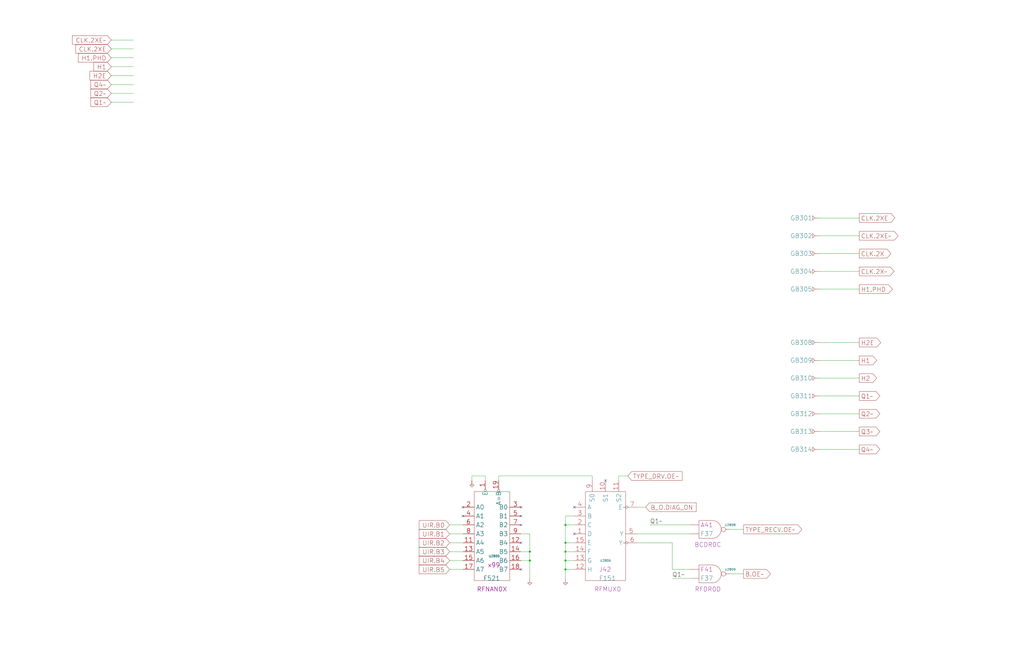
<source format=kicad_sch>
(kicad_sch (version 20230121) (generator eeschema)
  (paper "User" 584.2 378.46)
  (title_block (title "CLOCK GENERATION\\nRAM WRITE ENABLES") (date "15-MAR-90") (rev "1.0") (comment 1 "TYPE") (comment 2 "232-003062") (comment 3 "S400") (comment 4 "RELEASED"))
  (lib_symbols
    (symbol "r1000:F151" (pin_names (offset 1.016))
      (property "Reference" "U" (at 2.54 5.08 0))
      (property "Value" "F151" (at -1.27 -5.08 0))
      (property "Location" "___" (at -1.27 0 0))
      (property "Name" "______" (at 3.81 -12.7 0))
      (symbol "F151_1_1"
        (rectangle (start -8.89 44.45) (end 13.97 -6.35))
        (circle (center 14.605 15.24) (radius 0.635))
        (circle (center 14.605 35.56) (radius 0.635))
        (pin input line (at -15.24 20.32 0) (length 6.35) (name "D") (number "1"))
        (pin input line (at 2.54 50.8 270) (length 6.35) (name "S1") (number "10"))
        (pin input line (at 10.16 50.8 270) (length 6.35) (name "S2") (number "11"))
        (pin input line (at -15.24 0 0) (length 6.35) (name "H") (number "12"))
        (pin input line (at -15.24 5.08 0) (length 6.35) (name "G") (number "13"))
        (pin input line (at -15.24 10.16 0) (length 6.35) (name "F") (number "14"))
        (pin input line (at -15.24 15.24 0) (length 6.35) (name "E") (number "15"))
        (pin input line (at -15.24 25.4 0) (length 6.35) (name "C") (number "2"))
        (pin input line (at -15.24 30.48 0) (length 6.35) (name "B") (number "3"))
        (pin input line (at -15.24 35.56 0) (length 6.35) (name "A") (number "4"))
        (pin output line (at 20.32 20.32 180) (length 6.35) (name "Y") (number "5"))
        (pin output line (at 20.32 15.24 180) (length 5.08) (name "Y~") (number "6"))
        (pin input line (at 20.32 35.56 180) (length 5.08) (name "E~") (number "7"))
        (pin input line (at -5.08 50.8 270) (length 6.35) (name "S0") (number "9"))
      )
    )
    (symbol "r1000:F37" (pin_numbers hide) (pin_names (offset 0) hide)
      (property "Reference" "U" (at 15.24 0 0))
      (property "Value" "F37" (at 1.905 -5.08 0))
      (property "Location" "___" (at 1.905 0 0))
      (property "Name" "______" (at 2.54 -12.7 0))
      (symbol "F37_0_1"
        (polyline (pts (xy -2.54 -7.62) (xy 5.08 -7.62)) (stroke (width 0.1524)))
        (polyline (pts (xy -2.54 2.54) (xy -2.54 -7.62)) (stroke (width 0.1524)))
        (polyline (pts (xy -2.54 2.54) (xy 5.08 2.54)) (stroke (width 0.1524)))
        (arc (start 5.08 -7.62) (mid 10.1282 -2.54) (end 5.08 2.54) (stroke (width 0.1524)))
        (circle (center 11.43 -2.54) (radius 1.27) (stroke (width 0.1524)))
      )
      (symbol "F37_0_2"
        (circle (center -3.81 -5.08) (radius 1.27) (stroke (width 0.1524)))
        (circle (center -3.81 0) (radius 1.27) (stroke (width 0.1524)))
        (arc (start -3.175 -7.62) (mid -2.134 -2.54) (end -3.175 2.54) (stroke (width 0.1524)))
        (polyline (pts (xy -3.175 -7.62) (xy 3.81 -7.62)) (stroke (width 0.1524)))
        (polyline (pts (xy -3.175 2.54) (xy 3.81 2.54)) (stroke (width 0.1524)))
        (arc (start 3.81 -7.62) (mid 7.5855 -5.8306) (end 10.16 -2.54) (stroke (width 0.1524)))
        (arc (start 10.16 -2.54) (mid 7.5827 0.7471) (end 3.81 2.54) (stroke (width 0.1524)))
      )
      (symbol "F37_1_1"
        (pin input line (at -7.62 0 0) (length 5.08) (name "D0") (number "1"))
        (pin input line (at -7.62 -5.08 0) (length 5.08) (name "D1") (number "2"))
        (pin output line (at 15.24 -2.54 180) (length 2.54) (name "Q") (number "3"))
      )
      (symbol "F37_1_2"
        (pin input line (at -7.62 0 0) (length 2.54) (name "D0") (number "1"))
        (pin input line (at -7.62 -5.08 0) (length 2.54) (name "D1") (number "2"))
        (pin output line (at 15.24 -2.54 180) (length 5.08) (name "Q") (number "3"))
      )
    )
    (symbol "r1000:F521" (pin_names (offset 1.016))
      (property "Reference" "U" (at 2.54 5.08 0))
      (property "Value" "F521" (at -3.81 -7.62 0))
      (property "Location" "___" (at -1.27 0 0))
      (property "Name" "______" (at 1.27 -15.24 0))
      (symbol "F521_1_1"
        (rectangle (start -8.89 41.91) (end 11.43 -8.89))
        (circle (center -2.54 42.545) (radius 0.635))
        (circle (center 5.08 42.545) (radius 0.635))
        (pin input line (at -2.54 48.26 270) (length 5.08) (name "E") (number "1"))
        (pin input line (at -15.24 12.7 0) (length 6.35) (name "A4") (number "11"))
        (pin input line (at 17.78 12.7 180) (length 6.35) (name "B4") (number "12"))
        (pin input line (at -15.24 7.62 0) (length 6.35) (name "A5") (number "13"))
        (pin input line (at 17.78 7.62 180) (length 6.35) (name "B5") (number "14"))
        (pin input line (at -15.24 2.54 0) (length 6.35) (name "A6") (number "15"))
        (pin input line (at 17.78 2.54 180) (length 6.35) (name "B6") (number "16"))
        (pin input line (at -15.24 -2.54 0) (length 6.35) (name "A7") (number "17"))
        (pin input line (at 17.78 -2.54 180) (length 6.35) (name "B7") (number "18"))
        (pin output line (at 5.08 48.26 270) (length 5.08) (name "A=B") (number "19"))
        (pin input line (at -15.24 33.02 0) (length 6.35) (name "A0") (number "2"))
        (pin input line (at 17.78 33.02 180) (length 6.35) (name "B0") (number "3"))
        (pin input line (at -15.24 27.94 0) (length 6.35) (name "A1") (number "4"))
        (pin input line (at 17.78 27.94 180) (length 6.35) (name "B1") (number "5"))
        (pin input line (at -15.24 22.86 0) (length 6.35) (name "A2") (number "6"))
        (pin input line (at 17.78 22.86 180) (length 6.35) (name "B2") (number "7"))
        (pin input line (at -15.24 17.78 0) (length 6.35) (name "A3") (number "8"))
        (pin input line (at 17.78 17.78 180) (length 6.35) (name "B3") (number "9"))
      )
    )
    (symbol "r1000:GB" (pin_numbers hide) (pin_names (offset 0) hide)
      (property "Reference" "GB" (at 3.81 0 0))
      (symbol "GB_0_1"
        (polyline (pts (xy 2.54 0) (xy 3.81 1.27) (xy 3.81 -1.27) (xy 2.54 0)) (stroke (width 0.1524)))
      )
      (symbol "GB_1_1"
        (pin bidirectional line (at 0 0 0) (length 2.54) (name "") (number "1"))
      )
    )
    (symbol "r1000:PD" (power) (pin_numbers hide) (pin_names hide) (in_bom no)
      (symbol "PD_0_1"
        (polyline (pts (xy 0 -2.54) (xy 1.27 -2.54) (xy 0 -3.81) (xy -1.27 -2.54) (xy 0 -2.54)) (stroke (width 0.1524)))
      )
      (symbol "PD_1_1"
        (pin power_in line (at 0 0 270) (length 2.54) (name "PD") (number "1"))
      )
    )
  )
  (junction (at 302.26 314.96))
  (junction (at 322.58 314.96))
  (junction (at 302.26 320.04))
  (junction (at 322.58 299.72))
  (junction (at 322.58 325.12))
  (junction (at 322.58 309.88))
  (junction (at 322.58 320.04))
  (no_connect (at 264.16 294.64))
  (no_connect (at 297.18 309.88))
  (no_connect (at 297.18 294.64))
  (no_connect (at 264.16 289.56))
  (no_connect (at 327.66 304.8))
  (no_connect (at 297.18 289.56))
  (no_connect (at 297.18 299.72))
  (no_connect (at 345.44 274.32))
  (no_connect (at 297.18 325.12))
  (no_connect (at 327.66 289.56))
  (wire (pts (xy 416.56 302.26) (xy 424.18 302.26)))
  (wire (pts (xy 322.58 309.88) (xy 322.58 314.96)))
  (wire (pts (xy 363.22 289.56) (xy 368.3 289.56)))
  (wire (pts (xy 467.36 195.58) (xy 490.22 195.58)))
  (wire (pts (xy 256.54 314.96) (xy 264.16 314.96)))
  (wire (pts (xy 383.54 330.2) (xy 393.7 330.2)))
  (wire (pts (xy 370.84 299.72) (xy 393.7 299.72)))
  (wire (pts (xy 467.36 215.9) (xy 490.22 215.9)))
  (wire (pts (xy 467.36 124.46) (xy 490.22 124.46)))
  (wire (pts (xy 416.56 327.66) (xy 424.18 327.66)))
  (wire (pts (xy 467.36 205.74) (xy 490.22 205.74)))
  (wire (pts (xy 297.18 320.04) (xy 302.26 320.04)))
  (wire (pts (xy 63.5 43.18) (xy 76.2 43.18)))
  (wire (pts (xy 322.58 325.12) (xy 327.66 325.12)))
  (wire (pts (xy 322.58 299.72) (xy 322.58 309.88)))
  (wire (pts (xy 63.5 33.02) (xy 76.2 33.02)))
  (wire (pts (xy 256.54 299.72) (xy 264.16 299.72)))
  (wire (pts (xy 322.58 309.88) (xy 327.66 309.88)))
  (wire (pts (xy 63.5 38.1) (xy 76.2 38.1)))
  (wire (pts (xy 322.58 320.04) (xy 327.66 320.04)))
  (wire (pts (xy 63.5 22.86) (xy 76.2 22.86)))
  (wire (pts (xy 284.48 271.78) (xy 337.82 271.78)))
  (wire (pts (xy 256.54 325.12) (xy 264.16 325.12)))
  (wire (pts (xy 322.58 299.72) (xy 327.66 299.72)))
  (wire (pts (xy 284.48 274.32) (xy 284.48 271.78)))
  (wire (pts (xy 269.24 274.32) (xy 269.24 271.78)))
  (wire (pts (xy 467.36 236.22) (xy 490.22 236.22)))
  (wire (pts (xy 269.24 271.78) (xy 276.86 271.78)))
  (wire (pts (xy 297.18 314.96) (xy 302.26 314.96)))
  (wire (pts (xy 322.58 294.64) (xy 322.58 299.72)))
  (wire (pts (xy 322.58 314.96) (xy 322.58 320.04)))
  (wire (pts (xy 363.22 304.8) (xy 393.7 304.8)))
  (wire (pts (xy 297.18 304.8) (xy 302.26 304.8)))
  (wire (pts (xy 256.54 309.88) (xy 264.16 309.88)))
  (wire (pts (xy 337.82 274.32) (xy 337.82 271.78)))
  (wire (pts (xy 353.06 271.78) (xy 358.14 271.78)))
  (wire (pts (xy 63.5 53.34) (xy 76.2 53.34)))
  (wire (pts (xy 322.58 325.12) (xy 322.58 330.2)))
  (wire (pts (xy 256.54 304.8) (xy 264.16 304.8)))
  (wire (pts (xy 276.86 271.78) (xy 276.86 274.32)))
  (wire (pts (xy 302.26 314.96) (xy 302.26 320.04)))
  (wire (pts (xy 353.06 274.32) (xy 353.06 271.78)))
  (wire (pts (xy 302.26 320.04) (xy 302.26 330.2)))
  (wire (pts (xy 63.5 27.94) (xy 76.2 27.94)))
  (wire (pts (xy 322.58 314.96) (xy 327.66 314.96)))
  (wire (pts (xy 467.36 246.38) (xy 490.22 246.38)))
  (wire (pts (xy 302.26 304.8) (xy 302.26 314.96)))
  (wire (pts (xy 327.66 294.64) (xy 322.58 294.64)))
  (wire (pts (xy 467.36 154.94) (xy 490.22 154.94)))
  (wire (pts (xy 383.54 309.88) (xy 363.22 309.88)))
  (wire (pts (xy 467.36 226.06) (xy 490.22 226.06)))
  (wire (pts (xy 322.58 320.04) (xy 322.58 325.12)))
  (wire (pts (xy 467.36 256.54) (xy 490.22 256.54)))
  (wire (pts (xy 383.54 325.12) (xy 393.7 325.12)))
  (wire (pts (xy 63.5 58.42) (xy 76.2 58.42)))
  (wire (pts (xy 467.36 134.62) (xy 490.22 134.62)))
  (wire (pts (xy 467.36 165.1) (xy 490.22 165.1)))
  (wire (pts (xy 256.54 320.04) (xy 264.16 320.04)))
  (wire (pts (xy 63.5 48.26) (xy 76.2 48.26)))
  (wire (pts (xy 467.36 144.78) (xy 490.22 144.78)))
  (wire (pts (xy 383.54 325.12) (xy 383.54 309.88)))
  (label "Q1~" (at 370.84 299.72 0) (effects (font (size 2.54 2.54))))
  (label "Q1~" (at 383.54 330.2 0) (effects (font (size 2.54 2.54))))
  (global_label "CLK.2X" (shape output) (at 490.22 144.78 0) (effects (font (size 2.54 2.54))) (property "Intersheetrefs" "${INTERSHEET_REFS}" (at 514.2079 144.6213 0) (effects (font (size 1.905 1.905)) (justify left))))
  (global_label "Q1~" (shape input) (at 63.5 58.42 180) (effects (font (size 2.54 2.54))) (property "Intersheetrefs" "${INTERSHEET_REFS}" (at 50.7952 58.42 0) (effects (justify right))))
  (global_label "Q2~" (shape input) (at 63.5 53.34 180) (effects (font (size 2.54 2.54))) (property "Intersheetrefs" "${INTERSHEET_REFS}" (at 45.6111 53.1813 0) (effects (font (size 1.905 1.905)) (justify right))))
  (global_label "H1" (shape input) (at 63.5 38.1 180) (effects (font (size 2.54 2.54))) (property "Intersheetrefs" "${INTERSHEET_REFS}" (at 53.594 37.9413 0) (effects (font (size 1.905 1.905)) (justify right))))
  (global_label "UIR.B2" (shape input) (at 256.54 309.88 180) (effects (font (size 2.54 2.54))) (property "Intersheetrefs" "${INTERSHEET_REFS}" (at 239.135 309.7213 0) (effects (font (size 1.905 1.905)) (justify right))))
  (global_label "CLK.2X~" (shape output) (at 490.22 154.94 0) (effects (font (size 2.54 2.54))) (property "Intersheetrefs" "${INTERSHEET_REFS}" (at 516.0222 154.7813 0) (effects (font (size 1.905 1.905)) (justify left))))
  (global_label "CLK.2XE~" (shape input) (at 63.5 22.86 180) (effects (font (size 2.54 2.54))) (property "Intersheetrefs" "${INTERSHEET_REFS}" (at 35.2092 22.7013 0) (effects (font (size 1.905 1.905)) (justify right))))
  (global_label "H1" (shape output) (at 490.22 205.74 0) (effects (font (size 2.54 2.54))) (property "Intersheetrefs" "${INTERSHEET_REFS}" (at 499.9355 205.5813 0) (effects (font (size 1.905 1.905)) (justify left))))
  (global_label "B.OE~" (shape output) (at 424.18 327.66 0) (effects (font (size 2.54 2.54))) (property "Intersheetrefs" "${INTERSHEET_REFS}" (at 439.5289 327.5013 0) (effects (font (size 1.905 1.905)) (justify left))))
  (global_label "Q1~" (shape output) (at 490.22 226.06 0) (effects (font (size 2.54 2.54))) (property "Intersheetrefs" "${INTERSHEET_REFS}" (at 502.6072 226.06 0) (effects (font (size 1.905 1.905)) (justify left))))
  (global_label "UIR.B4" (shape input) (at 256.54 320.04 180) (effects (font (size 2.54 2.54))) (property "Intersheetrefs" "${INTERSHEET_REFS}" (at 239.135 319.8813 0) (effects (font (size 1.905 1.905)) (justify right))))
  (global_label "Q4~" (shape output) (at 490.22 256.54 0) (effects (font (size 2.54 2.54))) (property "Intersheetrefs" "${INTERSHEET_REFS}" (at 507.9184 256.3813 0) (effects (font (size 1.905 1.905)) (justify left))))
  (global_label "UIR.B0" (shape input) (at 256.54 299.72 180) (effects (font (size 2.54 2.54))) (property "Intersheetrefs" "${INTERSHEET_REFS}" (at 239.135 299.5613 0) (effects (font (size 1.905 1.905)) (justify right))))
  (global_label "H2" (shape output) (at 490.22 215.9 0) (effects (font (size 2.54 2.54))) (property "Intersheetrefs" "${INTERSHEET_REFS}" (at 499.9355 215.7413 0) (effects (font (size 1.905 1.905)) (justify left))))
  (global_label "H1.PHD" (shape output) (at 490.22 165.1 0) (effects (font (size 2.54 2.54))) (property "Intersheetrefs" "${INTERSHEET_REFS}" (at 508.886 164.9413 0) (effects (font (size 1.905 1.905)) (justify left))))
  (global_label "Q3~" (shape output) (at 490.22 246.38 0) (effects (font (size 2.54 2.54))) (property "Intersheetrefs" "${INTERSHEET_REFS}" (at 507.9184 246.2213 0) (effects (font (size 1.905 1.905)) (justify left))))
  (global_label "CLK.2XE~" (shape output) (at 490.22 134.62 0) (effects (font (size 2.54 2.54))) (property "Intersheetrefs" "${INTERSHEET_REFS}" (at 518.3203 134.4613 0) (effects (font (size 1.905 1.905)) (justify left))))
  (global_label "CLK.2XE" (shape input) (at 63.5 27.94 180) (effects (font (size 2.54 2.54))) (property "Intersheetrefs" "${INTERSHEET_REFS}" (at 37.0235 27.7813 0) (effects (font (size 1.905 1.905)) (justify right))))
  (global_label "TYPE_DRV.OE~" (shape input) (at 358.14 271.78 0) (effects (font (size 2.54 2.54))) (property "Intersheetrefs" "${INTERSHEET_REFS}" (at 389.0917 271.6213 0) (effects (font (size 1.905 1.905)) (justify left))))
  (global_label "B_O.DIAG_ON" (shape input) (at 368.3 289.56 0) (effects (font (size 2.54 2.54))) (property "Intersheetrefs" "${INTERSHEET_REFS}" (at 397.1955 289.4013 0) (effects (font (size 1.905 1.905)) (justify left))))
  (global_label "UIR.B1" (shape input) (at 256.54 304.8 180) (effects (font (size 2.54 2.54))) (property "Intersheetrefs" "${INTERSHEET_REFS}" (at 239.135 304.6413 0) (effects (font (size 1.905 1.905)) (justify right))))
  (global_label "UIR.B3" (shape input) (at 256.54 314.96 180) (effects (font (size 2.54 2.54))) (property "Intersheetrefs" "${INTERSHEET_REFS}" (at 239.135 314.8013 0) (effects (font (size 1.905 1.905)) (justify right))))
  (global_label "H2E" (shape output) (at 490.22 195.58 0) (effects (font (size 2.54 2.54))) (property "Intersheetrefs" "${INTERSHEET_REFS}" (at 502.2336 195.4213 0) (effects (font (size 1.905 1.905)) (justify left))))
  (global_label "TYPE_RECV.OE~" (shape output) (at 424.18 302.26 0) (effects (font (size 2.54 2.54))) (property "Intersheetrefs" "${INTERSHEET_REFS}" (at 457.4298 302.1013 0) (effects (font (size 1.905 1.905)) (justify left))))
  (global_label "H2E" (shape input) (at 63.5 43.18 180) (effects (font (size 2.54 2.54))) (property "Intersheetrefs" "${INTERSHEET_REFS}" (at 51.2959 43.0213 0) (effects (font (size 1.905 1.905)) (justify right))))
  (global_label "H1.PHD" (shape input) (at 63.5 33.02 180) (effects (font (size 2.54 2.54))) (property "Intersheetrefs" "${INTERSHEET_REFS}" (at 44.6435 32.8613 0) (effects (font (size 1.905 1.905)) (justify right))))
  (global_label "Q4~" (shape input) (at 63.5 48.26 180) (effects (font (size 2.54 2.54))) (property "Intersheetrefs" "${INTERSHEET_REFS}" (at 45.6111 48.1013 0) (effects (font (size 1.905 1.905)) (justify right))))
  (global_label "UIR.B5" (shape input) (at 256.54 325.12 180) (effects (font (size 2.54 2.54))) (property "Intersheetrefs" "${INTERSHEET_REFS}" (at 239.135 324.9613 0) (effects (font (size 1.905 1.905)) (justify right))))
  (global_label "Q2~" (shape output) (at 490.22 236.22 0) (effects (font (size 2.54 2.54))) (property "Intersheetrefs" "${INTERSHEET_REFS}" (at 507.9184 236.0613 0) (effects (font (size 1.905 1.905)) (justify left))))
  (global_label "CLK.2XE" (shape output) (at 490.22 124.46 0) (effects (font (size 2.54 2.54))) (property "Intersheetrefs" "${INTERSHEET_REFS}" (at 516.506 124.3013 0) (effects (font (size 1.905 1.905)) (justify left))))
  (symbol (lib_id "r1000:PD") (at 269.24 274.32 0) (unit 1) (in_bom no)
    (property "Reference" "#PWR02802" (effects hide))
    (property "Value" "PD" (effects hide))
  )
  (symbol (lib_id "r1000:GB") (at 467.36 205.74 0) (mirror y) (unit 1)
    (property "Reference" "GB309" (at 463.55 205.74 0) (effects (font (size 2.54 2.54)) (justify left)))
    (property "Value" "GB" (effects hide))
  )
  (symbol (lib_id "r1000:GB") (at 467.36 134.62 0) (mirror y) (unit 1)
    (property "Reference" "GB302" (at 463.55 134.62 0) (effects (font (size 2.54 2.54)) (justify left)))
    (property "Value" "GB" (effects hide))
  )
  (symbol (lib_id "r1000:GB") (at 467.36 236.22 0) (mirror y) (unit 1)
    (property "Reference" "GB312" (at 463.55 236.22 0) (effects (font (size 2.54 2.54)) (justify left)))
    (property "Value" "GB" (effects hide))
  )
  (symbol (lib_id "r1000:PD") (at 302.26 330.2 0) (unit 1) (in_bom no)
    (property "Reference" "#PWR02803" (effects hide))
    (property "Value" "PD" (effects hide))
  )
  (symbol (lib_id "r1000:GB") (at 467.36 124.46 0) (mirror y) (unit 1)
    (property "Reference" "GB301" (at 463.55 124.46 0) (effects (font (size 2.54 2.54)) (justify left)))
    (property "Value" "GB" (effects hide))
  )
  (symbol (lib_id "r1000:F151") (at 342.9 325.12 0) (unit 1)
    (property "Reference" "U2806" (at 345.44 320.04 0))
    (property "Value" "F151" (at 341.63 330.2 0) (effects (font (size 2.54 2.54)) (justify left)))
    (property "Location" "J42" (at 341.63 325.12 0) (effects (font (size 2.54 2.54)) (justify left)))
    (property "Name" "RFMUX0" (at 346.71 337.82 0) (effects (font (size 2.54 2.54)) (justify bottom)))
  )
  (symbol (lib_id "r1000:GB") (at 467.36 226.06 0) (mirror y) (unit 1)
    (property "Reference" "GB311" (at 463.55 226.06 0) (effects (font (size 2.54 2.54)) (justify left)))
    (property "Value" "GB" (effects hide))
  )
  (symbol (lib_id "r1000:GB") (at 467.36 144.78 0) (mirror y) (unit 1)
    (property "Reference" "GB303" (at 463.55 144.78 0) (effects (font (size 2.54 2.54)) (justify left)))
    (property "Value" "GB" (effects hide))
  )
  (symbol (lib_id "r1000:F521") (at 279.4 322.58 0) (unit 1)
    (property "Reference" "U2805" (at 281.94 317.5 0))
    (property "Value" "F521" (at 275.59 330.2 0) (effects (font (size 2.54 2.54)) (justify left)))
    (property "Location" "x99" (at 278.13 322.58 0) (effects (font (size 2.54 2.54)) (justify left)))
    (property "Name" "RFNAN0X" (at 280.67 337.82 0) (effects (font (size 2.54 2.54)) (justify bottom)))
  )
  (symbol (lib_id "r1000:PD") (at 322.58 330.2 0) (unit 1) (in_bom no)
    (property "Reference" "#PWR02806" (effects hide))
    (property "Value" "PD" (effects hide))
  )
  (symbol (lib_id "r1000:GB") (at 467.36 195.58 0) (mirror y) (unit 1)
    (property "Reference" "GB308" (at 463.55 195.58 0) (effects (font (size 2.54 2.54)) (justify left)))
    (property "Value" "GB" (effects hide))
  )
  (symbol (lib_id "r1000:F37") (at 401.32 325.12 0) (unit 1)
    (property "Reference" "U2809" (at 416.56 325.12 0))
    (property "Value" "F37" (at 403.225 330.2 0) (effects (font (size 2.54 2.54))))
    (property "Location" "F41" (at 403.225 325.12 0) (effects (font (size 2.54 2.54))))
    (property "Name" "RFDR0D" (at 403.86 337.82 0) (effects (font (size 2.54 2.54)) (justify bottom)))
  )
  (symbol (lib_id "r1000:GB") (at 467.36 215.9 0) (mirror y) (unit 1)
    (property "Reference" "GB310" (at 463.55 215.9 0) (effects (font (size 2.54 2.54)) (justify left)))
    (property "Value" "GB" (effects hide))
  )
  (symbol (lib_id "r1000:GB") (at 467.36 256.54 0) (mirror y) (unit 1)
    (property "Reference" "GB314" (at 463.55 256.54 0) (effects (font (size 2.54 2.54)) (justify left)))
    (property "Value" "GB" (effects hide))
  )
  (symbol (lib_id "r1000:GB") (at 467.36 165.1 0) (mirror y) (unit 1)
    (property "Reference" "GB305" (at 463.55 165.1 0) (effects (font (size 2.54 2.54)) (justify left)))
    (property "Value" "GB" (effects hide))
  )
  (symbol (lib_id "r1000:F37") (at 401.32 299.72 0) (unit 1)
    (property "Reference" "U2808" (at 416.56 299.72 0))
    (property "Value" "F37" (at 403.225 304.8 0) (effects (font (size 2.54 2.54))))
    (property "Location" "A41" (at 403.225 299.72 0) (effects (font (size 2.54 2.54))))
    (property "Name" "BCDR0C" (at 403.86 312.42 0) (effects (font (size 2.54 2.54)) (justify bottom)))
  )
  (symbol (lib_id "r1000:GB") (at 467.36 246.38 0) (mirror y) (unit 1)
    (property "Reference" "GB313" (at 463.55 246.38 0) (effects (font (size 2.54 2.54)) (justify left)))
    (property "Value" "GB" (effects hide))
  )
  (symbol (lib_id "r1000:GB") (at 467.36 154.94 0) (mirror y) (unit 1)
    (property "Reference" "GB304" (at 463.55 154.94 0) (effects (font (size 2.54 2.54)) (justify left)))
    (property "Value" "GB" (effects hide))
  )
)
</source>
